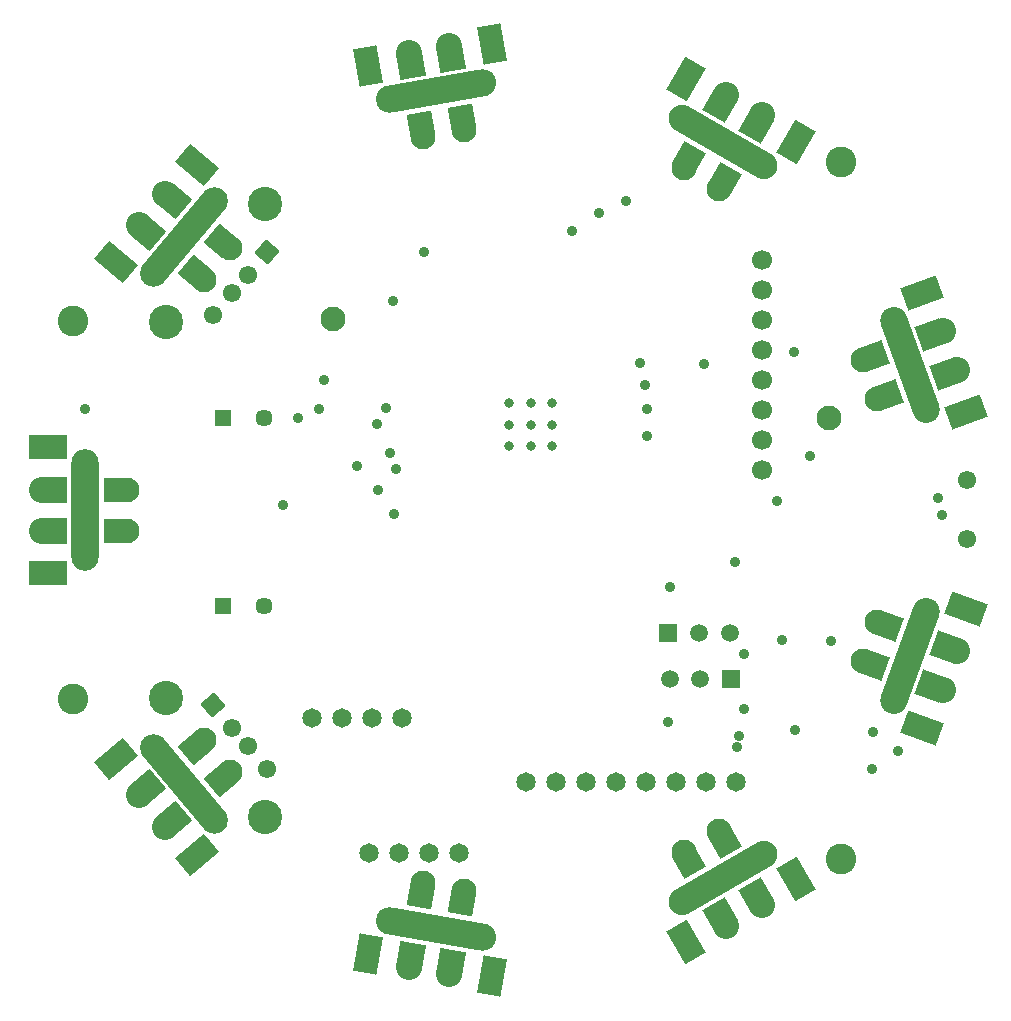
<source format=gbs>
G04*
G04 #@! TF.GenerationSoftware,Altium Limited,Altium Designer,21.7.2 (23)*
G04*
G04 Layer_Color=16711935*
%FSAX44Y44*%
%MOMM*%
G71*
G04*
G04 #@! TF.SameCoordinates,0543FC2D-7C39-415B-9C98-CC63C2BD75E6*
G04*
G04*
G04 #@! TF.FilePolarity,Negative*
G04*
G01*
G75*
G04:AMPARAMS|DCode=64|XSize=2.3mm|YSize=10.3mm|CornerRadius=1.15mm|HoleSize=0mm|Usage=FLASHONLY|Rotation=160.000|XOffset=0mm|YOffset=0mm|HoleType=Round|Shape=RoundedRectangle|*
%AMROUNDEDRECTD64*
21,1,2.3000,8.0000,0,0,160.0*
21,1,0.0000,10.3000,0,0,160.0*
1,1,2.3000,1.3681,3.7588*
1,1,2.3000,1.3681,3.7588*
1,1,2.3000,-1.3681,-3.7588*
1,1,2.3000,-1.3681,-3.7588*
%
%ADD64ROUNDEDRECTD64*%
G04:AMPARAMS|DCode=65|XSize=2.3mm|YSize=10.3mm|CornerRadius=1.15mm|HoleSize=0mm|Usage=FLASHONLY|Rotation=320.000|XOffset=0mm|YOffset=0mm|HoleType=Round|Shape=RoundedRectangle|*
%AMROUNDEDRECTD65*
21,1,2.3000,8.0000,0,0,320.0*
21,1,0.0000,10.3000,0,0,320.0*
1,1,2.3000,-2.5712,-3.0642*
1,1,2.3000,-2.5712,-3.0642*
1,1,2.3000,2.5712,3.0642*
1,1,2.3000,2.5712,3.0642*
%
%ADD65ROUNDEDRECTD65*%
G04:AMPARAMS|DCode=66|XSize=2.3mm|YSize=10.3mm|CornerRadius=1.15mm|HoleSize=0mm|Usage=FLASHONLY|Rotation=0.000|XOffset=0mm|YOffset=0mm|HoleType=Round|Shape=RoundedRectangle|*
%AMROUNDEDRECTD66*
21,1,2.3000,8.0000,0,0,0.0*
21,1,0.0000,10.3000,0,0,0.0*
1,1,2.3000,0.0000,-4.0000*
1,1,2.3000,0.0000,-4.0000*
1,1,2.3000,0.0000,4.0000*
1,1,2.3000,0.0000,4.0000*
%
%ADD66ROUNDEDRECTD66*%
G04:AMPARAMS|DCode=67|XSize=2.3mm|YSize=10.3mm|CornerRadius=1.15mm|HoleSize=0mm|Usage=FLASHONLY|Rotation=40.000|XOffset=0mm|YOffset=0mm|HoleType=Round|Shape=RoundedRectangle|*
%AMROUNDEDRECTD67*
21,1,2.3000,8.0000,0,0,40.0*
21,1,0.0000,10.3000,0,0,40.0*
1,1,2.3000,2.5712,-3.0642*
1,1,2.3000,2.5712,-3.0642*
1,1,2.3000,-2.5712,3.0642*
1,1,2.3000,-2.5712,3.0642*
%
%ADD67ROUNDEDRECTD67*%
G04:AMPARAMS|DCode=68|XSize=2.3mm|YSize=10.3mm|CornerRadius=1.15mm|HoleSize=0mm|Usage=FLASHONLY|Rotation=120.000|XOffset=0mm|YOffset=0mm|HoleType=Round|Shape=RoundedRectangle|*
%AMROUNDEDRECTD68*
21,1,2.3000,8.0000,0,0,120.0*
21,1,0.0000,10.3000,0,0,120.0*
1,1,2.3000,3.4641,2.0000*
1,1,2.3000,3.4641,2.0000*
1,1,2.3000,-3.4641,-2.0000*
1,1,2.3000,-3.4641,-2.0000*
%
%ADD68ROUNDEDRECTD68*%
G04:AMPARAMS|DCode=69|XSize=2.3mm|YSize=10.3mm|CornerRadius=1.15mm|HoleSize=0mm|Usage=FLASHONLY|Rotation=80.000|XOffset=0mm|YOffset=0mm|HoleType=Round|Shape=RoundedRectangle|*
%AMROUNDEDRECTD69*
21,1,2.3000,8.0000,0,0,80.0*
21,1,0.0000,10.3000,0,0,80.0*
1,1,2.3000,3.9392,-0.6946*
1,1,2.3000,3.9392,-0.6946*
1,1,2.3000,-3.9392,0.6946*
1,1,2.3000,-3.9392,0.6946*
%
%ADD69ROUNDEDRECTD69*%
G04:AMPARAMS|DCode=70|XSize=2.3mm|YSize=10.3mm|CornerRadius=1.15mm|HoleSize=0mm|Usage=FLASHONLY|Rotation=280.000|XOffset=0mm|YOffset=0mm|HoleType=Round|Shape=RoundedRectangle|*
%AMROUNDEDRECTD70*
21,1,2.3000,8.0000,0,0,280.0*
21,1,0.0000,10.3000,0,0,280.0*
1,1,2.3000,-3.9392,-0.6946*
1,1,2.3000,-3.9392,-0.6946*
1,1,2.3000,3.9392,0.6946*
1,1,2.3000,3.9392,0.6946*
%
%ADD70ROUNDEDRECTD70*%
G04:AMPARAMS|DCode=71|XSize=2.3mm|YSize=10.3mm|CornerRadius=1.15mm|HoleSize=0mm|Usage=FLASHONLY|Rotation=240.000|XOffset=0mm|YOffset=0mm|HoleType=Round|Shape=RoundedRectangle|*
%AMROUNDEDRECTD71*
21,1,2.3000,8.0000,0,0,240.0*
21,1,0.0000,10.3000,0,0,240.0*
1,1,2.3000,-3.4641,2.0000*
1,1,2.3000,-3.4641,2.0000*
1,1,2.3000,3.4641,-2.0000*
1,1,2.3000,3.4641,-2.0000*
%
%ADD71ROUNDEDRECTD71*%
G04:AMPARAMS|DCode=72|XSize=2.3mm|YSize=10.3mm|CornerRadius=1.15mm|HoleSize=0mm|Usage=FLASHONLY|Rotation=200.000|XOffset=0mm|YOffset=0mm|HoleType=Round|Shape=RoundedRectangle|*
%AMROUNDEDRECTD72*
21,1,2.3000,8.0000,0,0,200.0*
21,1,0.0000,10.3000,0,0,200.0*
1,1,2.3000,-1.3681,3.7588*
1,1,2.3000,-1.3681,3.7588*
1,1,2.3000,1.3681,-3.7588*
1,1,2.3000,1.3681,-3.7588*
%
%ADD72ROUNDEDRECTD72*%
%ADD73C,0.8000*%
%ADD74C,1.4500*%
%ADD75R,1.4500X1.4500*%
%ADD76C,1.6500*%
%ADD77C,1.7000*%
%ADD78C,2.9000*%
%ADD79C,1.5500*%
%ADD80P,2.1920X4X355.0*%
%ADD81P,2.1920X4X275.0*%
%ADD82C,2.6000*%
%ADD83C,1.5000*%
%ADD84R,1.5000X1.5000*%
%ADD85C,0.9000*%
%ADD86C,2.1000*%
%ADD112P,2.9699X4X385.0*%
G04:AMPARAMS|DCode=113|XSize=3.2032mm|YSize=2.0032mm|CornerRadius=0mm|HoleSize=0mm|Usage=FLASHONLY|Rotation=160.000|XOffset=0mm|YOffset=0mm|HoleType=Round|Shape=Rectangle|*
%AMROTATEDRECTD113*
4,1,4,1.8476,0.3934,1.1624,-1.4890,-1.8476,-0.3934,-1.1624,1.4890,1.8476,0.3934,0.0*
%
%ADD113ROTATEDRECTD113*%

%ADD114C,2.2032*%
%ADD115P,3.1158X4X205.0*%
%ADD116P,2.9699X4X185.0*%
G04:AMPARAMS|DCode=117|XSize=3.2032mm|YSize=2.0032mm|CornerRadius=0mm|HoleSize=0mm|Usage=FLASHONLY|Rotation=320.000|XOffset=0mm|YOffset=0mm|HoleType=Round|Shape=Rectangle|*
%AMROTATEDRECTD117*
4,1,4,-1.8707,0.2622,-0.5831,1.7968,1.8707,-0.2622,0.5831,-1.7968,-1.8707,0.2622,0.0*
%
%ADD117ROTATEDRECTD117*%

%ADD118P,3.1158X4X365.0*%
%ADD119R,2.1000X2.1000*%
%ADD120R,3.2032X2.0032*%
%ADD121R,2.2032X2.2032*%
%ADD122P,2.9699X4X265.0*%
G04:AMPARAMS|DCode=123|XSize=3.2032mm|YSize=2.0032mm|CornerRadius=0mm|HoleSize=0mm|Usage=FLASHONLY|Rotation=40.000|XOffset=0mm|YOffset=0mm|HoleType=Round|Shape=Rectangle|*
%AMROTATEDRECTD123*
4,1,4,-0.5831,-1.7968,-1.8707,-0.2622,0.5831,1.7968,1.8707,0.2622,-0.5831,-1.7968,0.0*
%
%ADD123ROTATEDRECTD123*%

%ADD124P,3.1158X4X85.0*%
%ADD125P,2.9699X4X345.0*%
G04:AMPARAMS|DCode=126|XSize=3.2032mm|YSize=2.0032mm|CornerRadius=0mm|HoleSize=0mm|Usage=FLASHONLY|Rotation=120.000|XOffset=0mm|YOffset=0mm|HoleType=Round|Shape=Rectangle|*
%AMROTATEDRECTD126*
4,1,4,1.6682,-0.8862,-0.0666,-1.8878,-1.6682,0.8862,0.0666,1.8878,1.6682,-0.8862,0.0*
%
%ADD126ROTATEDRECTD126*%

%ADD127P,3.1158X4X165.0*%
%ADD128P,2.9699X4X305.0*%
G04:AMPARAMS|DCode=129|XSize=3.2032mm|YSize=2.0032mm|CornerRadius=0mm|HoleSize=0mm|Usage=FLASHONLY|Rotation=80.000|XOffset=0mm|YOffset=0mm|HoleType=Round|Shape=Rectangle|*
%AMROTATEDRECTD129*
4,1,4,0.7083,-1.7512,-1.2645,-1.4033,-0.7083,1.7512,1.2645,1.4033,0.7083,-1.7512,0.0*
%
%ADD129ROTATEDRECTD129*%

%ADD130P,3.1158X4X125.0*%
%ADD131P,2.9699X4X145.0*%
G04:AMPARAMS|DCode=132|XSize=3.2032mm|YSize=2.0032mm|CornerRadius=0mm|HoleSize=0mm|Usage=FLASHONLY|Rotation=280.000|XOffset=0mm|YOffset=0mm|HoleType=Round|Shape=Rectangle|*
%AMROTATEDRECTD132*
4,1,4,-1.2645,1.4033,0.7083,1.7512,1.2645,-1.4033,-0.7083,-1.7512,-1.2645,1.4033,0.0*
%
%ADD132ROTATEDRECTD132*%

%ADD133P,3.1158X4X325.0*%
%ADD134P,2.9699X4X105.0*%
G04:AMPARAMS|DCode=135|XSize=3.2032mm|YSize=2.0032mm|CornerRadius=0mm|HoleSize=0mm|Usage=FLASHONLY|Rotation=240.000|XOffset=0mm|YOffset=0mm|HoleType=Round|Shape=Rectangle|*
%AMROTATEDRECTD135*
4,1,4,-0.0666,1.8878,1.6682,0.8862,0.0666,-1.8878,-1.6682,-0.8862,-0.0666,1.8878,0.0*
%
%ADD135ROTATEDRECTD135*%

%ADD136P,3.1158X4X285.0*%
%ADD137P,2.9699X4X65.0*%
G04:AMPARAMS|DCode=138|XSize=3.2032mm|YSize=2.0032mm|CornerRadius=0mm|HoleSize=0mm|Usage=FLASHONLY|Rotation=200.000|XOffset=0mm|YOffset=0mm|HoleType=Round|Shape=Rectangle|*
%AMROTATEDRECTD138*
4,1,4,1.1624,1.4890,1.8476,-0.3934,-1.1624,-1.4890,-1.8476,0.3934,1.1624,1.4890,0.0*
%
%ADD138ROTATEDRECTD138*%

%ADD139P,3.1158X4X245.0*%
%ADD140C,0.6032*%
D64*
X00778289Y00314873D02*
D03*
D65*
X00164224Y00669404D02*
D03*
D66*
X00080000Y00438000D02*
D03*
D67*
X00164224Y00206596D02*
D03*
D68*
X00620000Y00126231D02*
D03*
D69*
X00377487Y00083469D02*
D03*
D70*
X00377487Y00792531D02*
D03*
D71*
X00620000Y00749769D02*
D03*
D72*
X00778289Y00561127D02*
D03*
D73*
X00439150Y00492050D02*
D03*
X00457500D02*
D03*
X00475850D02*
D03*
Y00510400D02*
D03*
X00475850Y00528750D02*
D03*
X00457500Y00510400D02*
D03*
X00439150D02*
D03*
X00457500Y00528750D02*
D03*
X00439150Y00528750D02*
D03*
D74*
X00231500Y00357000D02*
D03*
Y00516000D02*
D03*
D75*
X00196500Y00357000D02*
D03*
Y00516000D02*
D03*
D76*
X00348400Y00262000D02*
D03*
X00323000D02*
D03*
X00297600D02*
D03*
X00272200D02*
D03*
X00396800Y00148000D02*
D03*
X00371400Y00148000D02*
D03*
X00346000Y00148000D02*
D03*
X00320600Y00148000D02*
D03*
X00631000Y00208000D02*
D03*
X00605600D02*
D03*
X00580200D02*
D03*
X00554800D02*
D03*
X00453200D02*
D03*
X00478600D02*
D03*
X00504000D02*
D03*
X00529400D02*
D03*
D77*
X00653000Y00548600D02*
D03*
Y00523200D02*
D03*
Y00497800D02*
D03*
Y00472400D02*
D03*
Y00574000D02*
D03*
Y00599400D02*
D03*
Y00624800D02*
D03*
Y00650200D02*
D03*
D78*
X00232761Y00178341D02*
D03*
X00148299Y00278999D02*
D03*
X00232761Y00697659D02*
D03*
X00148299Y00597001D02*
D03*
D79*
X00233787Y00219278D02*
D03*
X00217718Y00238429D02*
D03*
X00204862Y00253750D02*
D03*
X00217718Y00637571D02*
D03*
X00204862Y00622250D02*
D03*
X00188792Y00603099D02*
D03*
X00826499Y00463763D02*
D03*
Y00413763D02*
D03*
D80*
X00188792Y00272901D02*
D03*
D81*
X00233787Y00656722D02*
D03*
D82*
X00070000Y00598000D02*
D03*
Y00278000D02*
D03*
X00720000Y00143000D02*
D03*
Y00733000D02*
D03*
D83*
X00601000Y00295000D02*
D03*
X00575000D02*
D03*
X00626000Y00334000D02*
D03*
X00600000D02*
D03*
D84*
X00627000Y00295000D02*
D03*
X00574000Y00334000D02*
D03*
D85*
X00638000Y00316000D02*
D03*
X00278000Y00524000D02*
D03*
X00282000Y00548000D02*
D03*
X00260000Y00516000D02*
D03*
X00343250Y00473250D02*
D03*
X00338000Y00486250D02*
D03*
X00328500Y00455500D02*
D03*
X00342000Y00435000D02*
D03*
X00327250Y00511250D02*
D03*
X00515250Y00689250D02*
D03*
X00537750Y00700000D02*
D03*
X00492000Y00674608D02*
D03*
X00555500Y00500500D02*
D03*
X00681250Y00252000D02*
D03*
X00631750Y00237250D02*
D03*
X00554059Y00544362D02*
D03*
X00550000Y00562500D02*
D03*
X00738475Y00565259D02*
D03*
X00366504Y00754039D02*
D03*
X00203151Y00658865D02*
D03*
X00310211Y00475146D02*
D03*
X00575000Y00373000D02*
D03*
X00247500Y00442000D02*
D03*
X00747468Y00250397D02*
D03*
X00746750Y00218750D02*
D03*
X00711750Y00327500D02*
D03*
X00802674Y00448326D02*
D03*
X00630750Y00393750D02*
D03*
X00670500Y00328250D02*
D03*
X00694000Y00483750D02*
D03*
X00634000Y00247000D02*
D03*
X00573750Y00259000D02*
D03*
X00768500Y00234250D02*
D03*
X00637750Y00269750D02*
D03*
X00334500Y00524250D02*
D03*
X00604000Y00562000D02*
D03*
X00341000Y00615000D02*
D03*
X00556000Y00524000D02*
D03*
X00680000Y00572000D02*
D03*
X00666000Y00446000D02*
D03*
X00806000Y00434000D02*
D03*
X00367000Y00657000D02*
D03*
X00080000Y00524000D02*
D03*
D86*
X00738475Y00310741D02*
D03*
X00750446Y00343630D02*
D03*
X00203050Y00659669D02*
D03*
X00180553Y00632858D02*
D03*
X00116000Y00455500D02*
D03*
X00116000Y00420500D02*
D03*
X00203050Y00216331D02*
D03*
X00180553Y00243142D02*
D03*
X00617155Y00166158D02*
D03*
X00586845Y00148658D02*
D03*
X00366504Y00121961D02*
D03*
X00400972Y00115883D02*
D03*
X00366504Y00754039D02*
D03*
X00400972Y00760117D02*
D03*
X00617155Y00709842D02*
D03*
X00586845Y00727342D02*
D03*
X00738475Y00565259D02*
D03*
X00750446Y00532370D02*
D03*
X00290000Y00600000D02*
D03*
X00710000Y00516000D02*
D03*
D112*
X00747872Y00307321D02*
D03*
X00759843Y00340210D02*
D03*
D113*
X00789122Y00253997D02*
D03*
X00825718Y00354544D02*
D03*
D114*
X00806133Y00286115D02*
D03*
X00818104Y00319005D02*
D03*
X00147895Y00705950D02*
D03*
X00125398Y00679138D02*
D03*
X00044000Y00455500D02*
D03*
X00044000Y00420500D02*
D03*
X00147895Y00170051D02*
D03*
X00125398Y00196862D02*
D03*
X00653155Y00103804D02*
D03*
X00622845Y00086304D02*
D03*
X00354001Y00051055D02*
D03*
X00388469Y00044977D02*
D03*
X00354001Y00824945D02*
D03*
X00388469Y00831023D02*
D03*
X00653156Y00772196D02*
D03*
X00622845Y00789696D02*
D03*
X00806133Y00589884D02*
D03*
X00818104Y00556995D02*
D03*
D115*
X00796736Y00289536D02*
D03*
X00808707Y00322425D02*
D03*
D116*
X00195390Y00666097D02*
D03*
X00172892Y00639285D02*
D03*
D117*
X00174866Y00730313D02*
D03*
X00106088Y00648347D02*
D03*
D118*
X00155556Y00699522D02*
D03*
X00133058Y00672710D02*
D03*
D119*
X00106000Y00455500D02*
D03*
X00106000Y00420500D02*
D03*
D120*
X00049000Y00491500D02*
D03*
X00049000Y00384500D02*
D03*
D121*
X00054000Y00455500D02*
D03*
Y00420500D02*
D03*
D122*
X00195390Y00209903D02*
D03*
X00172892Y00236715D02*
D03*
D123*
X00174866Y00145687D02*
D03*
X00106088Y00227653D02*
D03*
D124*
X00155556Y00176478D02*
D03*
X00133058Y00203290D02*
D03*
D125*
X00622155Y00157498D02*
D03*
X00591845Y00139998D02*
D03*
D126*
X00681832Y00126134D02*
D03*
X00589168Y00072634D02*
D03*
D127*
X00648156Y00112464D02*
D03*
X00617845Y00094964D02*
D03*
D128*
X00364767Y00112113D02*
D03*
X00399236Y00106035D02*
D03*
D129*
X00319416Y00062230D02*
D03*
X00424791Y00043650D02*
D03*
D130*
X00355738Y00060903D02*
D03*
X00390206Y00054825D02*
D03*
D131*
X00364767Y00763887D02*
D03*
X00399236Y00769965D02*
D03*
D132*
X00319416Y00813770D02*
D03*
X00424791Y00832350D02*
D03*
D133*
X00355738Y00815097D02*
D03*
X00390206Y00821175D02*
D03*
D134*
X00622155Y00718502D02*
D03*
X00591845Y00736003D02*
D03*
D135*
X00681832Y00749866D02*
D03*
X00589168Y00803366D02*
D03*
D136*
X00648156Y00763536D02*
D03*
X00617845Y00781036D02*
D03*
D137*
X00747872Y00568679D02*
D03*
X00759843Y00535790D02*
D03*
D138*
X00789122Y00622003D02*
D03*
X00825718Y00521456D02*
D03*
D139*
X00796736Y00586464D02*
D03*
X00808707Y00553575D02*
D03*
D140*
X00797579Y00250918D02*
D03*
X00789122Y00253997D02*
D03*
X00780664Y00257075D02*
D03*
X00805024Y00291840D02*
D03*
X00801604Y00282443D02*
D03*
X00794687Y00295602D02*
D03*
X00791267Y00286205D02*
D03*
X00813574Y00315332D02*
D03*
X00816995Y00324729D02*
D03*
X00803238Y00319094D02*
D03*
X00806658Y00328491D02*
D03*
X00834175Y00351465D02*
D03*
X00825718Y00354544D02*
D03*
X00817261Y00357622D02*
D03*
X00167971Y00736098D02*
D03*
X00174866Y00730313D02*
D03*
X00181760Y00724528D02*
D03*
X00146979Y00700191D02*
D03*
X00153407Y00707852D02*
D03*
X00155406Y00693120D02*
D03*
X00161834Y00700781D02*
D03*
X00130910Y00681040D02*
D03*
X00124482Y00673380D02*
D03*
X00139336Y00673969D02*
D03*
X00132908Y00666309D02*
D03*
X00099193Y00654132D02*
D03*
X00106088Y00648347D02*
D03*
X00112982Y00642561D02*
D03*
X00040000Y00491500D02*
D03*
X00049000Y00491500D02*
D03*
X00058000Y00491500D02*
D03*
X00047000Y00450500D02*
D03*
X00047000Y00460500D02*
D03*
X00058000Y00450500D02*
D03*
X00058000Y00460500D02*
D03*
X00047000Y00425500D02*
D03*
X00047000Y00415500D02*
D03*
X00058000Y00425500D02*
D03*
X00058000Y00415500D02*
D03*
X00040000Y00384500D02*
D03*
X00049000Y00384500D02*
D03*
X00058000Y00384500D02*
D03*
X00167971Y00139902D02*
D03*
X00174866Y00145687D02*
D03*
X00181760Y00151472D02*
D03*
X00146979Y00175809D02*
D03*
X00153407Y00168148D02*
D03*
X00155406Y00182880D02*
D03*
X00161834Y00175219D02*
D03*
X00130910Y00194960D02*
D03*
X00124482Y00202621D02*
D03*
X00139336Y00202031D02*
D03*
X00132908Y00209691D02*
D03*
X00099193Y00221868D02*
D03*
X00106088Y00227653D02*
D03*
X00112982Y00233438D02*
D03*
X00686332Y00118340D02*
D03*
X00681832Y00126134D02*
D03*
X00677332Y00133928D02*
D03*
X00647325Y00103902D02*
D03*
X00655986Y00108902D02*
D03*
X00641825Y00113428D02*
D03*
X00650486Y00118428D02*
D03*
X00625675Y00091402D02*
D03*
X00617015Y00086402D02*
D03*
X00620175Y00100928D02*
D03*
X00611515Y00095928D02*
D03*
X00593668Y00064840D02*
D03*
X00589168Y00072634D02*
D03*
X00584668Y00080428D02*
D03*
X00317853Y00053367D02*
D03*
X00319416Y00062230D02*
D03*
X00320979Y00071094D02*
D03*
X00359446Y00053141D02*
D03*
X00349598Y00054878D02*
D03*
X00361356Y00063974D02*
D03*
X00351508Y00065711D02*
D03*
X00384066Y00048800D02*
D03*
X00393914Y00047063D02*
D03*
X00385976Y00059633D02*
D03*
X00395825Y00057896D02*
D03*
X00423228Y00034787D02*
D03*
X00424791Y00043650D02*
D03*
X00426353Y00052513D02*
D03*
X00317854Y00822633D02*
D03*
X00319416Y00813770D02*
D03*
X00320979Y00804906D02*
D03*
X00359446Y00822859D02*
D03*
X00349598Y00821123D02*
D03*
X00361356Y00812026D02*
D03*
X00351508Y00810290D02*
D03*
X00384066Y00827200D02*
D03*
X00393914Y00828937D02*
D03*
X00385976Y00816367D02*
D03*
X00395825Y00818104D02*
D03*
X00423228Y00841213D02*
D03*
X00424791Y00832350D02*
D03*
X00426354Y00823487D02*
D03*
X00686332Y00757660D02*
D03*
X00681832Y00749866D02*
D03*
X00677332Y00742072D02*
D03*
X00647325Y00772098D02*
D03*
X00655986Y00767098D02*
D03*
X00641825Y00762572D02*
D03*
X00650486Y00757572D02*
D03*
X00625675Y00784598D02*
D03*
X00617015Y00789598D02*
D03*
X00620175Y00775072D02*
D03*
X00611515Y00780072D02*
D03*
X00593668Y00811160D02*
D03*
X00589168Y00803366D02*
D03*
X00584668Y00795572D02*
D03*
X00797579Y00625081D02*
D03*
X00789122Y00622003D02*
D03*
X00780665Y00618925D02*
D03*
X00805024Y00584160D02*
D03*
X00801604Y00593557D02*
D03*
X00794687Y00580398D02*
D03*
X00791267Y00589795D02*
D03*
X00813575Y00560668D02*
D03*
X00816995Y00551271D02*
D03*
X00803238Y00556906D02*
D03*
X00806658Y00547509D02*
D03*
X00834175Y00524534D02*
D03*
X00825718Y00521456D02*
D03*
X00817261Y00518378D02*
D03*
M02*

</source>
